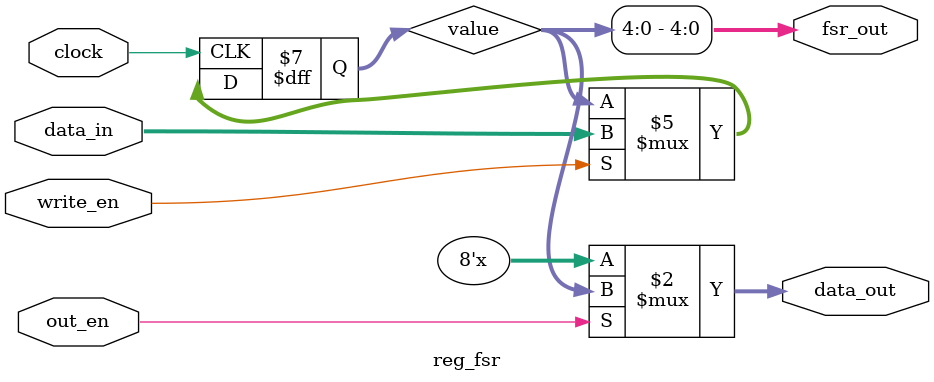
<source format=v>
`timescale 1ns / 1ps

module reg_fsr(
    input clock,
    input out_en,
    input write_en,
    input [7:0] data_in,
    output [7:0] data_out,
    output [4:0] fsr_out
    );
    
    reg [7:0] value;
    
    assign data_out = (out_en == 1'b1) ? value : 8'bZ;
    assign fsr_out = value[4:0];  
    
    always @(posedge clock) begin
        if (write_en == 1'b1) begin
            value <= data_in;
        end
    end  
    
endmodule

</source>
